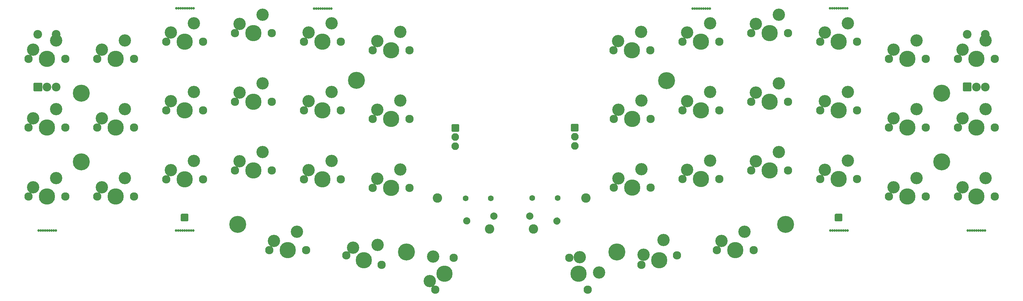
<source format=gts>
G04 #@! TF.GenerationSoftware,KiCad,Pcbnew,5.1.10*
G04 #@! TF.CreationDate,2021-05-15T20:27:15+02:00*
G04 #@! TF.ProjectId,corne-cherry,636f726e-652d-4636-9865-7272792e6b69,3.0.1*
G04 #@! TF.SameCoordinates,Original*
G04 #@! TF.FileFunction,Soldermask,Top*
G04 #@! TF.FilePolarity,Negative*
%FSLAX46Y46*%
G04 Gerber Fmt 4.6, Leading zero omitted, Abs format (unit mm)*
G04 Created by KiCad (PCBNEW 5.1.10) date 2021-05-15 20:27:15*
%MOMM*%
%LPD*%
G01*
G04 APERTURE LIST*
%ADD10C,2.400000*%
%ADD11C,3.400000*%
%ADD12C,2.300000*%
%ADD13C,4.500000*%
%ADD14C,2.000000*%
%ADD15O,2.100000X2.100000*%
%ADD16C,2.600000*%
%ADD17C,4.700000*%
%ADD18C,1.600000*%
%ADD19C,0.700000*%
G04 APERTURE END LIST*
G36*
G01*
X275114500Y-44755000D02*
X273114500Y-44755000D01*
G75*
G02*
X272914500Y-44555000I0J200000D01*
G01*
X272914500Y-42555000D01*
G75*
G02*
X273114500Y-42355000I200000J0D01*
G01*
X275114500Y-42355000D01*
G75*
G02*
X275314500Y-42555000I0J-200000D01*
G01*
X275314500Y-44555000D01*
G75*
G02*
X275114500Y-44755000I-200000J0D01*
G01*
G37*
D10*
X276614500Y-43555000D03*
X279114500Y-43555000D03*
X274114500Y-29055000D03*
X279114500Y-29055000D03*
D11*
X22647500Y-49700000D03*
X16297500Y-52240000D03*
D12*
X15027500Y-54780000D03*
X25187500Y-54780000D03*
D13*
X20107500Y-54780000D03*
G36*
G01*
X18607500Y-44760000D02*
X16607500Y-44760000D01*
G75*
G02*
X16407500Y-44560000I0J200000D01*
G01*
X16407500Y-42560000D01*
G75*
G02*
X16607500Y-42360000I200000J0D01*
G01*
X18607500Y-42360000D01*
G75*
G02*
X18807500Y-42560000I0J-200000D01*
G01*
X18807500Y-44560000D01*
G75*
G02*
X18607500Y-44760000I-200000J0D01*
G01*
G37*
D10*
X20107500Y-43560000D03*
X22607500Y-43560000D03*
X17607500Y-29060000D03*
X22607500Y-29060000D03*
D11*
X184154500Y-47320000D03*
X177804500Y-49860000D03*
D12*
X176534500Y-52400000D03*
X186694500Y-52400000D03*
D13*
X181614500Y-52400000D03*
D11*
X279154500Y-68695000D03*
X272804500Y-71235000D03*
D12*
X271534500Y-73775000D03*
X281694500Y-73775000D03*
D13*
X276614500Y-73775000D03*
G36*
G01*
X237564500Y-80475000D02*
X237564500Y-78775000D01*
G75*
G02*
X237764500Y-78575000I200000J0D01*
G01*
X239464500Y-78575000D01*
G75*
G02*
X239664500Y-78775000I0J-200000D01*
G01*
X239664500Y-80475000D01*
G75*
G02*
X239464500Y-80675000I-200000J0D01*
G01*
X237764500Y-80675000D01*
G75*
G02*
X237564500Y-80475000I0J200000D01*
G01*
G37*
G36*
G01*
X57057500Y-80480000D02*
X57057500Y-78780000D01*
G75*
G02*
X57257500Y-78580000I200000J0D01*
G01*
X58957500Y-78580000D01*
G75*
G02*
X59157500Y-78780000I0J-200000D01*
G01*
X59157500Y-80480000D01*
G75*
G02*
X58957500Y-80680000I-200000J0D01*
G01*
X57257500Y-80680000D01*
G75*
G02*
X57057500Y-80480000I0J200000D01*
G01*
G37*
D11*
X117647500Y-47325000D03*
X111297500Y-49865000D03*
D12*
X110027500Y-52405000D03*
X120187500Y-52405000D03*
D13*
X115107500Y-52405000D03*
D11*
X98647500Y-44950000D03*
X92297500Y-47490000D03*
D12*
X91027500Y-50030000D03*
X101187500Y-50030000D03*
D13*
X96107500Y-50030000D03*
G36*
G01*
X159876927Y-80419551D02*
X159876927Y-80419551D01*
G75*
G02*
X161035383Y-79608391I984808J-173648D01*
G01*
X161035383Y-79608391D01*
G75*
G02*
X161846543Y-80766847I-173648J-984808D01*
G01*
X161846543Y-80766847D01*
G75*
G02*
X160688087Y-81578007I-984808J173648D01*
G01*
X160688087Y-81578007D01*
G75*
G02*
X159876927Y-80419551I173648J984808D01*
G01*
G37*
D14*
X153357500Y-79270000D03*
G36*
G01*
X136968073Y-80379551D02*
X136968073Y-80379551D01*
G75*
G02*
X136156913Y-81538007I-984808J-173648D01*
G01*
X136156913Y-81538007D01*
G75*
G02*
X134998457Y-80726847I-173648J984808D01*
G01*
X134998457Y-80726847D01*
G75*
G02*
X135809617Y-79568391I984808J173648D01*
G01*
X135809617Y-79568391D01*
G75*
G02*
X136968073Y-80379551I173648J-984808D01*
G01*
G37*
X143487500Y-79230000D03*
D11*
X241154500Y-63945000D03*
X234804500Y-66485000D03*
D12*
X233534500Y-69025000D03*
X243694500Y-69025000D03*
D13*
X238614500Y-69025000D03*
D11*
X260154500Y-68695000D03*
X253804500Y-71235000D03*
D12*
X252534500Y-73775000D03*
X262694500Y-73775000D03*
D13*
X257614500Y-73775000D03*
D11*
X279154500Y-49695000D03*
X272804500Y-52235000D03*
D12*
X271534500Y-54775000D03*
X281694500Y-54775000D03*
D13*
X276614500Y-54775000D03*
D11*
X184147500Y-28325000D03*
X177797500Y-30865000D03*
D12*
X176527500Y-33405000D03*
X186687500Y-33405000D03*
D13*
X181607500Y-33405000D03*
D11*
X98647500Y-25950000D03*
X92297500Y-28490000D03*
D12*
X91027500Y-31030000D03*
X101187500Y-31030000D03*
D13*
X96107500Y-31030000D03*
D15*
X165797500Y-59880000D03*
X165797500Y-57340000D03*
G36*
G01*
X164747500Y-55650000D02*
X164747500Y-53950000D01*
G75*
G02*
X164947500Y-53750000I200000J0D01*
G01*
X166647500Y-53750000D01*
G75*
G02*
X166847500Y-53950000I0J-200000D01*
G01*
X166847500Y-55650000D01*
G75*
G02*
X166647500Y-55850000I-200000J0D01*
G01*
X164947500Y-55850000D01*
G75*
G02*
X164747500Y-55650000I0J200000D01*
G01*
G37*
X132837500Y-59940000D03*
X132837500Y-57400000D03*
G36*
G01*
X131787500Y-55710000D02*
X131787500Y-54010000D01*
G75*
G02*
X131987500Y-53810000I200000J0D01*
G01*
X133687500Y-53810000D01*
G75*
G02*
X133887500Y-54010000I0J-200000D01*
G01*
X133887500Y-55710000D01*
G75*
G02*
X133687500Y-55910000I-200000J0D01*
G01*
X131987500Y-55910000D01*
G75*
G02*
X131787500Y-55710000I0J200000D01*
G01*
G37*
D16*
X168850500Y-74264000D03*
D17*
X267099500Y-64265500D03*
X191144500Y-41775500D03*
X267099500Y-45265500D03*
X223955500Y-81530500D03*
D16*
X154418500Y-82785000D03*
D17*
X177389500Y-89145000D03*
D16*
X142301500Y-82775000D03*
X127869500Y-74254000D03*
D17*
X119330500Y-89135000D03*
X72764500Y-81520500D03*
X105575500Y-41765500D03*
X29607500Y-64280000D03*
X29607500Y-45280000D03*
D18*
X161037500Y-74270000D03*
X154037500Y-74270000D03*
X135634500Y-74292000D03*
X142634500Y-74292000D03*
D11*
X126728091Y-90415295D03*
X125752795Y-97184557D03*
D12*
X127317500Y-99554409D03*
X132397500Y-90755591D03*
D13*
X129857500Y-95155000D03*
D11*
X172533909Y-94809705D03*
X167159205Y-90580443D03*
D12*
X164324500Y-90750591D03*
X169404500Y-99549409D03*
D13*
X166864500Y-95150000D03*
D11*
X117647500Y-28325000D03*
X111297500Y-30865000D03*
D12*
X110027500Y-33405000D03*
X120187500Y-33405000D03*
D13*
X115107500Y-33405000D03*
D11*
X184154500Y-66320000D03*
X177804500Y-68860000D03*
D12*
X176534500Y-71400000D03*
X186694500Y-71400000D03*
D13*
X181614500Y-71400000D03*
D11*
X22647500Y-68700000D03*
X16297500Y-71240000D03*
D12*
X15027500Y-73780000D03*
X25187500Y-73780000D03*
D13*
X20107500Y-73780000D03*
D11*
X222154500Y-61570000D03*
X215804500Y-64110000D03*
D12*
X214534500Y-66650000D03*
X224694500Y-66650000D03*
D13*
X219614500Y-66650000D03*
D11*
X41647500Y-68700000D03*
X35297500Y-71240000D03*
D12*
X34027500Y-73780000D03*
X44187500Y-73780000D03*
D13*
X39107500Y-73780000D03*
D11*
X41647500Y-49700000D03*
X35297500Y-52240000D03*
D12*
X34027500Y-54780000D03*
X44187500Y-54780000D03*
D13*
X39107500Y-54780000D03*
D11*
X22647500Y-30700000D03*
X16297500Y-33240000D03*
D12*
X15027500Y-35780000D03*
X25187500Y-35780000D03*
D13*
X20107500Y-35780000D03*
D11*
X41647500Y-30700000D03*
X35297500Y-33240000D03*
D12*
X34027500Y-35780000D03*
X44187500Y-35780000D03*
D13*
X39107500Y-35780000D03*
D11*
X60647500Y-25950000D03*
X54297500Y-28490000D03*
D12*
X53027500Y-31030000D03*
X63187500Y-31030000D03*
D13*
X58107500Y-31030000D03*
D11*
X79647500Y-23575000D03*
X73297500Y-26115000D03*
D12*
X72027500Y-28655000D03*
X82187500Y-28655000D03*
D13*
X77107500Y-28655000D03*
D11*
X60647500Y-44950000D03*
X54297500Y-47490000D03*
D12*
X53027500Y-50030000D03*
X63187500Y-50030000D03*
D13*
X58107500Y-50030000D03*
D11*
X79647500Y-42575000D03*
X73297500Y-45115000D03*
D12*
X72027500Y-47655000D03*
X82187500Y-47655000D03*
D13*
X77107500Y-47655000D03*
D11*
X60647500Y-63950000D03*
X54297500Y-66490000D03*
D12*
X53027500Y-69030000D03*
X63187500Y-69030000D03*
D13*
X58107500Y-69030000D03*
D11*
X79647500Y-61575000D03*
X73297500Y-64115000D03*
D12*
X72027500Y-66655000D03*
X82187500Y-66655000D03*
D13*
X77107500Y-66655000D03*
D11*
X98647500Y-63950000D03*
X92297500Y-66490000D03*
D12*
X91027500Y-69030000D03*
X101187500Y-69030000D03*
D13*
X96107500Y-69030000D03*
D11*
X117647500Y-66325000D03*
X111297500Y-68865000D03*
D12*
X110027500Y-71405000D03*
X120187500Y-71405000D03*
D13*
X115107500Y-71405000D03*
D11*
X89147500Y-83575000D03*
X82797500Y-86115000D03*
D12*
X81527500Y-88655000D03*
X91687500Y-88655000D03*
D13*
X86607500Y-88655000D03*
D11*
X111375752Y-87155497D03*
X104584723Y-87965448D03*
D12*
X102700597Y-90090199D03*
X112514403Y-92719801D03*
D13*
X107607500Y-91405000D03*
D11*
X279154500Y-30695000D03*
X272804500Y-33235000D03*
D12*
X271534500Y-35775000D03*
X281694500Y-35775000D03*
D13*
X276614500Y-35775000D03*
D11*
X260154500Y-30695000D03*
X253804500Y-33235000D03*
D12*
X252534500Y-35775000D03*
X262694500Y-35775000D03*
D13*
X257614500Y-35775000D03*
D11*
X241154500Y-25945000D03*
X234804500Y-28485000D03*
D12*
X233534500Y-31025000D03*
X243694500Y-31025000D03*
D13*
X238614500Y-31025000D03*
D11*
X222154500Y-23570000D03*
X215804500Y-26110000D03*
D12*
X214534500Y-28650000D03*
X224694500Y-28650000D03*
D13*
X219614500Y-28650000D03*
D11*
X203154500Y-25945000D03*
X196804500Y-28485000D03*
D12*
X195534500Y-31025000D03*
X205694500Y-31025000D03*
D13*
X200614500Y-31025000D03*
D11*
X260154500Y-49695000D03*
X253804500Y-52235000D03*
D12*
X252534500Y-54775000D03*
X262694500Y-54775000D03*
D13*
X257614500Y-54775000D03*
D11*
X241154500Y-44945000D03*
X234804500Y-47485000D03*
D12*
X233534500Y-50025000D03*
X243694500Y-50025000D03*
D13*
X238614500Y-50025000D03*
D11*
X222154500Y-42570000D03*
X215804500Y-45110000D03*
D12*
X214534500Y-47650000D03*
X224694500Y-47650000D03*
D13*
X219614500Y-47650000D03*
D11*
X203154500Y-44945000D03*
X196804500Y-47485000D03*
D12*
X195534500Y-50025000D03*
X205694500Y-50025000D03*
D13*
X200614500Y-50025000D03*
D11*
X203154500Y-63945000D03*
X196804500Y-66485000D03*
D12*
X195534500Y-69025000D03*
X205694500Y-69025000D03*
D13*
X200614500Y-69025000D03*
D11*
X212654500Y-83570000D03*
X206304500Y-86110000D03*
D12*
X205034500Y-88650000D03*
X215194500Y-88650000D03*
D13*
X210114500Y-88650000D03*
D11*
X190253151Y-85835696D03*
X184776922Y-89932649D03*
D12*
X184207597Y-92714801D03*
X194021403Y-90085199D03*
D13*
X189114500Y-91400000D03*
D19*
X238649500Y-21870000D03*
X238055750Y-21870000D03*
X237462000Y-21870000D03*
X236868250Y-21870000D03*
X236274500Y-21870000D03*
X240430750Y-21870000D03*
X239243250Y-21870000D03*
X241024500Y-21870000D03*
X239837000Y-21870000D03*
X200737500Y-21885000D03*
X200143750Y-21885000D03*
X199550000Y-21885000D03*
X198956250Y-21885000D03*
X198362500Y-21885000D03*
X202518750Y-21885000D03*
X201331250Y-21885000D03*
X203112500Y-21885000D03*
X201925000Y-21885000D03*
X238741500Y-83193000D03*
X238147750Y-83193000D03*
X237554000Y-83193000D03*
X236960250Y-83193000D03*
X236366500Y-83193000D03*
X240522750Y-83193000D03*
X239335250Y-83193000D03*
X241116500Y-83193000D03*
X239929000Y-83193000D03*
X276655500Y-83183000D03*
X276061750Y-83183000D03*
X275468000Y-83183000D03*
X274874250Y-83183000D03*
X274280500Y-83183000D03*
X278436750Y-83183000D03*
X277249250Y-83183000D03*
X279030500Y-83183000D03*
X277843000Y-83183000D03*
X56936000Y-83178000D03*
X55748500Y-83178000D03*
X57529750Y-83178000D03*
X56342250Y-83178000D03*
X60498500Y-83178000D03*
X59904750Y-83178000D03*
X59311000Y-83178000D03*
X58717250Y-83178000D03*
X58123500Y-83178000D03*
X18975000Y-83176000D03*
X17787500Y-83176000D03*
X19568750Y-83176000D03*
X18381250Y-83176000D03*
X22537500Y-83176000D03*
X21943750Y-83176000D03*
X21350000Y-83176000D03*
X20756250Y-83176000D03*
X20162500Y-83176000D03*
X95020000Y-21873000D03*
X93832500Y-21873000D03*
X95613750Y-21873000D03*
X94426250Y-21873000D03*
X98582500Y-21873000D03*
X97988750Y-21873000D03*
X97395000Y-21873000D03*
X96801250Y-21873000D03*
X96207500Y-21873000D03*
X57049250Y-21869000D03*
X55861750Y-21869000D03*
X57643000Y-21869000D03*
X56455500Y-21869000D03*
X60611750Y-21869000D03*
X60018000Y-21869000D03*
X59424250Y-21869000D03*
X58830500Y-21869000D03*
X58236750Y-21869000D03*
M02*

</source>
